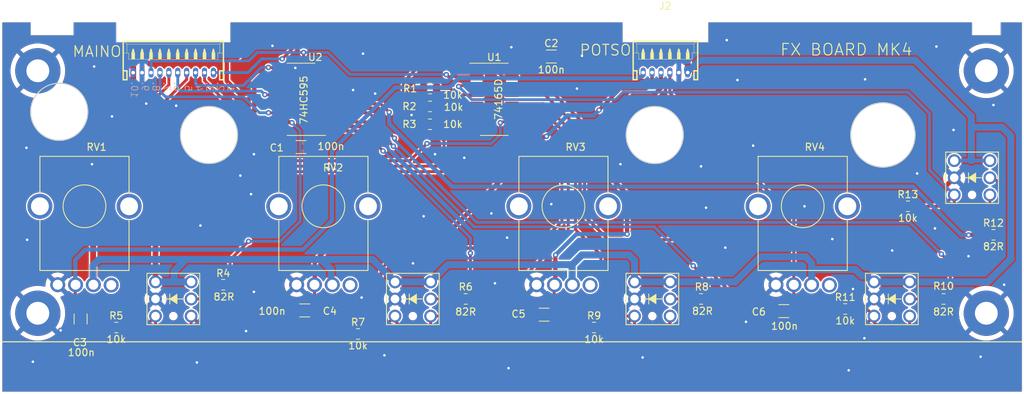
<source format=kicad_pcb>
(kicad_pcb (version 20211014) (generator pcbnew)
  (layers (0 "F.Cu" signal) (31 "B.Cu" signal) (34 "B.Paste" user) (35 "F.Paste" user) (36 "B.SilkS" user "B.Silkscreen") (37 "F.SilkS" user "F.Silkscreen") (38 "B.Mask" user) (39 "F.Mask" user) (44 "Edge.Cuts" user))
  (net 0 "")
  (net 1 "VCC")
  (net 2 "GND")
  (net 3 "/A1")
  (net 4 "/A2")
  (net 5 "/A3")
  (net 6 "/A4")
  (net 7 "/CE_165")
  (net 8 "/165_IN")
  (net 9 "/595_OUT")
  (net 10 "/LATCH_165")
  (net 11 "/LATCH_595")
  (net 12 "/MISO")
  (net 13 "/MOSI")
  (net 14 "/CLOCK")
  (net 15 "/D6")
  (net 16 "/D7")
  (net 17 "/D8")
  (net 18 "Net-(R4-Pad1)")
  (net 19 "Net-(R4-Pad2)")
  (net 20 "/D1")
  (net 21 "Net-(R6-Pad1)")
  (net 22 "Net-(R6-Pad2)")
  (net 23 "/D2")
  (net 24 "Net-(R8-Pad1)")
  (net 25 "Net-(R8-Pad2)")
  (net 26 "/D3")
  (net 27 "Net-(R10-Pad1)")
  (net 28 "Net-(R10-Pad2)")
  (net 29 "/D4")
  (net 30 "Net-(R12-Pad1)")
  (net 31 "Net-(R12-Pad2)")
  (net 32 "/D5")
  (footprint "Resistor_SMD:R_0805_2012Metric" (layer "F.Cu") (at 139.8125 75.6)
    (fp_text reference "R2")
    (fp_text value "10k")
  )
  (footprint "Resistor_SMD:R_0805_2012Metric" (layer "F.Cu") (at 206.8 89.6)
    (fp_text reference "R13")
    (fp_text value "10k")
  )
  (footprint "potboard:STANDOFF-ELECTRICAL" (layer "F.Cu") (at 84.8 70.6)
    (fp_text reference "H3" hide)
    (fp_text value "STANDOFF_ELECTRICAL" hide)
  )
  (footprint "Capacitor_SMD:C_1206_3216Metric" (layer "F.Cu") (at 90.8 105.4 -90)
    (fp_text reference "C3")
    (fp_text value "100n")
  )
  (footprint "footprints:Potentiometer_custom" (layer "F.Cu") (at 124.44 89.6)
    (fp_text reference "RV2")
    (fp_text value "FX_1")
  )
  (footprint "potboard:STANDOFF-ELECTRICAL" (layer "F.Cu") (at 217.8 104.6)
    (fp_text reference "H2" hide)
    (fp_text value "STANDOFF_ELECTRICAL" hide)
  )
  (footprint "potboard:STANDOFF-ELECTRICAL" (layer "F.Cu") (at 217.8 70.6)
    (fp_text reference "H4" hide)
    (fp_text value "STANDOFF_ELECTRICAL" hide)
  )
  (footprint "Resistor_SMD:R_0805_2012Metric" (layer "F.Cu") (at 177.8 102.6 180)
    (fp_text reference "R8")
    (fp_text value "82R")
  )
  (footprint "footprints:Potentiometer_custom" (layer "F.Cu") (at 90.94 89.6)
    (fp_text reference "RV1")
    (fp_text value "FX_DWO")
  )
  (footprint "footprints:BUTTON" (layer "F.Cu") (at 204.25 102.6 180)
    (fp_text reference "SW4" hide)
    (fp_text value "Button" hide)
  )
  (footprint "potboard:STANDOFF-ELECTRICAL" (layer "F.Cu") (at 84.8 104.6)
    (fp_text reference "H1" hide)
    (fp_text value "STANDOFF_ELECTRICAL" hide)
  )
  (footprint "Resistor_SMD:R_0805_2012Metric" (layer "F.Cu") (at 198.0125 104)
    (fp_text reference "R11")
    (fp_text value "10k")
  )
  (footprint "Resistor_SMD:R_0805_2012Metric" (layer "F.Cu") (at 218.8 93.6)
    (fp_text reference "R12")
    (fp_text value "82R")
  )
  (footprint "Resistor_SMD:R_0805_2012Metric" (layer "F.Cu") (at 144.8 102.6 180)
    (fp_text reference "R6")
    (fp_text value "82R")
  )
  (footprint "Resistor_SMD:R_0805_2012Metric" (layer "F.Cu") (at 162.8 106.6)
    (fp_text reference "R9")
    (fp_text value "10k")
  )
  (footprint "Capacitor_SMD:C_1206_3216Metric" (layer "F.Cu") (at 189.4 104.3 180)
    (fp_text reference "C6")
    (fp_text value "100n")
  )
  (footprint "Resistor_SMD:R_0805_2012Metric" (layer "F.Cu") (at 110.8 100.6 180)
    (fp_text reference "R4")
    (fp_text value "82R")
  )
  (footprint "Package_SO:SOIC-16_3.9x9.9mm_P1.27mm" (layer "F.Cu") (at 121.7 74.6 180)
    (fp_text reference "U2")
    (fp_text value "74HC595")
  )
  (footprint "footprints:BUTTON" (layer "F.Cu") (at 103.5 102.6 180)
    (fp_text reference "SW1" hide)
    (fp_text value "Button" hide)
  )
  (footprint "Capacitor_SMD:C_1206_3216Metric" (layer "F.Cu") (at 122.225 104.2 180)
    (fp_text reference "C4")
    (fp_text value "100n")
  )
  (footprint "Resistor_SMD:R_0805_2012Metric" (layer "F.Cu") (at 139.8 78.1)
    (fp_text reference "R3")
    (fp_text value "10k")
  )
  (footprint "footprints:Potentiometer_custom" (layer "F.Cu") (at 191.65 89.6)
    (fp_text reference "RV4")
    (fp_text value "FX_3")
  )
  (footprint "Resistor_SMD:R_0805_2012Metric" (layer "F.Cu") (at 211.8 102.6 180)
    (fp_text reference "R10")
    (fp_text value "82R")
  )
  (footprint "Package_SO:SOIC-16_3.9x9.9mm_P1.27mm" (layer "F.Cu") (at 148.8 74.6)
    (fp_text reference "U1")
    (fp_text value "74165D")
  )
  (footprint "footprints:BUTTON" (layer "F.Cu") (at 215.5 85.6 180)
    (fp_text reference "SW5" hide)
    (fp_text value "Button" hide)
  )
  (footprint "Resistor_SMD:R_0805_2012Metric" (layer "F.Cu") (at 129.7 107.5)
    (fp_text reference "R7")
    (fp_text value "10k")
  )
  (footprint "footprints:CON_MAINO" (layer "F.Cu") (at 103.770028 68.935504)
    (fp_text reference "J1" hide)
    (fp_text value "Conn_01x10")
  )
  (footprint "Capacitor_SMD:C_1206_3216Metric" (layer "F.Cu") (at 156.8 68.6)
    (fp_text reference "C2")
    (fp_text value "100n")
  )
  (footprint "footprints:Potentiometer_custom" (layer "F.Cu") (at 158.1 89.6)
    (fp_text reference "RV3")
    (fp_text value "FX_2")
  )
  (footprint "footprints:CON_POTSO" (layer "F.Cu") (at 172.777264 69.023412)
    (fp_text reference "J2")
    (fp_text value "Conn_01x06")
  )
  (footprint "Resistor_SMD:R_0805_2012Metric" (layer "F.Cu") (at 95.8 106.6)
    (fp_text reference "R5")
    (fp_text value "10k")
  )
  (footprint "footprints:BUTTON" (layer "F.Cu") (at 137.083 102.6 180)
    (fp_text reference "SW2" hide)
    (fp_text value "Button" hide)
  )
  (footprint "Capacitor_SMD:C_1206_3216Metric" (layer "F.Cu") (at 155.8 104.8 180)
    (fp_text reference "C5")
    (fp_text value "100n")
  )
  (footprint "Resistor_SMD:R_0805_2012Metric" (layer "F.Cu") (at 139.8 73.1)
    (fp_text reference "R1")
    (fp_text value "10k")
  )
  (footprint "footprints:BUTTON" (layer "F.Cu") (at 170.667 102.6 180)
    (fp_text reference "SW3" hide)
    (fp_text value "Button" hide)
  )
  (footprint "Capacitor_SMD:C_1206_3216Metric" (layer "F.Cu") (at 121.7 81.3)
    (fp_text reference "C1")
    (fp_text value "100n")
  )
  (gr_line (start 79.8 108.6) (end 222.8 108.6) (layer "F.SilkS") (width 0.1524))
  (gr_line (start 166.8 66.6) (end 178.8 66.6) (layer "Edge.Cuts") (width 0.05))
  (gr_circle (center 171.3 79.6) (end 175.3 79.6) (layer "Edge.Cuts") (width 0.1524) (fill none))
  (gr_line (start 111.8 66.6) (end 111.8 63.8) (layer "Edge.Cuts") (width 0.05))
  (gr_circle (center 203.3 79.6) (end 207.8 79.6) (layer "Edge.Cuts") (width 0.1524) (fill none))
  (gr_line (start 178.8 66.6) (end 178.8 63.8) (layer "Edge.Cuts") (width 0.05))
  (gr_line (start 166.8 63.8) (end 111.8 63.8) (layer "Edge.Cuts") (width 0.05))
  (gr_circle (center 108.8 79.6) (end 112.8 79.6) (layer "Edge.Cuts") (width 0.1524) (fill none))
  (gr_line (start 83.8 63.8) (end 83.8 65.6) (layer "Edge.Cuts") (width 0.05))
  (gr_line (start 166.8 63.8) (end 166.8 66.6) (layer "Edge.Cuts") (width 0.05))
  (gr_line (start 215.8 65.6) (end 215.8 63.8) (layer "Edge.Cuts") (width 0.05))
  (gr_line (start 95.8 63.8) (end 89.8 63.8) (layer "Edge.Cuts") (width 0.05))
  (gr_line (start 95.8 66.6) (end 111.8 66.6) (layer "Edge.Cuts") (width 0.05))
  (gr_line (start 222.8 115.6) (end 222.8 63.8) (layer "Edge.Cuts") (width 0.05))
  (gr_line (start 79.8 115.6) (end 222.8 115.6) (layer "Edge.Cuts") (width 0.05))
  (gr_line (start 219.8 65.6) (end 215.8 65.6) (layer "Edge.Cuts") (width 0.05))
  (gr_circle (center 87.8 76.35) (end 91.8 76.35) (layer "Edge.Cuts") (width 0.1524) (fill none))
  (gr_line (start 95.8 63.8) (end 95.8 66.6) (layer "Edge.Cuts") (width 0.05))
  (gr_line (start 83.8 63.8) (end 79.8 63.8) (layer "Edge.Cuts") (width 0.05))
  (gr_line (start 79.8 63.8) (end 79.8 115.6) (layer "Edge.Cuts") (width 0.05))
  (gr_line (start 83.8 65.6) (end 89.8 65.6) (layer "Edge.Cuts") (width 0.05))
  (gr_line (start 89.8 65.6) (end 89.8 63.8) (layer "Edge.Cuts") (width 0.05))
  (gr_line (start 215.8 63.8) (end 178.8 63.8) (layer "Edge.Cuts") (width 0.05))
  (gr_line (start 219.8 63.8) (end 219.8 65.6) (layer "Edge.Cuts") (width 0.05))
  (gr_line (start 222.8 63.8) (end 219.8 63.8) (layer "Edge.Cuts") (width 0.05))
  (gr_text "1.\n2.\n3.\n4.\n5.\n6.\n7.\n8.\n9.\n10." (at 97.8 72.1 -90) (layer "B.SilkS") (effects (font (size 0.93472 0.93472) (thickness 0.08128)) (justify right bottom mirror)))
  (gr_text "POTSO" (at 164.4 67.7) (layer "F.SilkS") (effects (font (size 1.5 1.5))))
  (gr_text "MAINO" (at 93.1 67.9) (layer "F.SilkS") (effects (font (size 1.5 1.5))))
  (gr_text "FX BOARD MK4" (at 188.8 68.6) (layer "F.SilkS") (effects (font (size 1.63576 1.63576) (thickness 0.14224)) (justify left bottom)))
  (segment (start 101.3 86.35) (end 101.3 100.2) (width 0.8128) (layer "F.Cu") (net 1))
  (segment (start 98.175 83.225) (end 101.3 86.35) (width 0.8128) (layer "F.Cu") (net 1))
  (segment (start 155.40005 66.54295) (end 156 65.943) (width 0.6) (layer "F.Cu") (net 1))
  (segment (start 98.175 69.225) (end 98.8 68.6) (width 0.8128) (layer "F.Cu") (net 1))
  (segment (start 115.973918 71.425082) (end 118.726518 71.425082) (width 0.6) (layer "F.Cu") (net 1))
  (segment (start 112.8 68.6) (end 115.457 65.943) (width 0.8128) (layer "F.Cu") (net 1))
  (segment (start 175.3592 68.6592) (end 175.925 69.225) (width 0.8128) (layer "F.Cu") (net 1))
  (segment (start 115.152 72.247) (end 115.973918 71.425082) (width 0.6) (layer "F.Cu") (net 1))
  (segment (start 98.8 68.6) (end 111.296 68.6) (width 0.8128) (layer "F.Cu") (net 1))
  (segment (start 111.296 72.039) (end 113.074 73.817) (width 0.6) (layer "F.Cu") (net 1))
  (segment (start 113.074 73.817) (end 115.152 73.817) (width 0.6) (layer "F.Cu") (net 1))
  (segment (start 115.457 65.943) (end 156 65.943) (width 0.8128) (layer "F.Cu") (net 1))
  (segment (start 98.1642 70.7944) (end 98.175 70.85) (width 0.1524) (layer "F.Cu") (net 1))
  (segment (start 118.7382 71.404) (end 118.7266 71.425) (width 0.1524) (layer "F.Cu") (net 1))
  (segment (start 155.3904 68.5846) (end 155.4 68.6) (width 0.1524) (layer "F.Cu") (net 1))
  (segment (start 98.175 70.85) (end 98.175 83.225) (width 0.8128) (layer "F.Cu") (net 1))
  (segment (start 155.40005 68.600091) (end 155.40005 68.5846) (width 0.6) (layer "F.Cu") (net 1))
  (segment (start 118.7382 71.404) (end 118.726518 71.425082) (width 0.1524) (layer "F.Cu") (net 1))
  (segment (start 163.143 65.943) (end 165.8592 68.6592) (width 0.8128) (layer "F.Cu") (net 1))
  (segment (start 115.152 73.817) (end 115.152 72.247) (width 0.6) (layer "F.Cu") (net 1))
  (segment (start 98.175 70.85) (end 98.175 69.225) (width 0.8128) (layer "F.Cu") (net 1))
  (segment (start 151.8852 70.1086) (end 151.682 70.1086) (width 0.1524) (layer "F.Cu") (net 1))
  (segment (start 111.296 68.6) (end 112.8 68.6) (width 0.8128) (layer "F.Cu") (net 1))
  (segment (start 115.152 77.673) (end 116.524081 79.045082) (width 0.6) (layer "F.Cu") (net 1))
  (segment (start 116.524081 79.045082) (end 118.1238 79.045082) (width 0.6) (layer "F.Cu") (net 1))
  (segment (start 118.726518 79.726519) (end 118.726518 79.045082) (width 0.6096) (layer "F.Cu") (net 1))
  (segment (start 151.682 68.951569) (end 152.033468 68.600091) (width 0.6) (layer "F.Cu") (net 1))
  (segment (start 165.8592 68.6592) (end 175.3592 68.6592) (width 0.8128) (layer "F.Cu") (net 1))
  (segment (start 151.6518 70.155082) (end 151.682 70.124882) (width 0.6) (layer "F.Cu") (net 1))
  (segment (start 151.576081 70.155082) (end 151.6518 70.155082) (width 0.6) (layer "F.Cu") (net 1))
  (segment (start 151.682 70.124882) (end 151.682 70.1086) (width 0.6) (layer "F.Cu") (net 1))
  (segment (start 118.7382 79.024) (end 118.726518 79.045082) (width 0.1524) (layer "F.Cu") (net 1))
  (segment (start 118.7382 79.024) (end 118.7266 79.045) (width 0.1524) (layer "F.Cu") (net 1))
  (segment (start 151.6518 70.155082) (end 151.873518 70.155082) (width 0.6) (layer "F.Cu") (net 1))
  (segment (start 175.925 69.225) (end 175.925 70.85) (width 0.8128) (layer "F.Cu") (net 1))
  (segment (start 151.8852 70.1086) (end 151.8734 70.155) (width 0.1524) (layer "F.Cu") (net 1))
  (segment (start 118.154 79.075282) (end 118.1842 79.045082) (width 0.6) (layer "F.Cu") (net 1))
  (segment (start 92.55 88.85) (end 98.175 83.225) (width 0.8128) (layer "F.Cu") (net 1))
  (segment (start 120.3 81.3) (end 118.726518 79.726519) (width 0.6096) (layer "F.Cu") (net 1))
  (segment (start 92.55 88.85) (end 92.55 100.6) (width 0.8128) (layer "F.Cu") (net 1))
  (segment (start 156 65.943) (end 163.143 65.943) (width 0.8128) (layer "F.Cu") (net 1))
  (segment (start 155.3904 68.5846) (end 155.40005 68.5846) (width 0.1524) (layer "F.Cu") (net 1))
  (segment (start 111.296 72.039) (end 111.296 68.6) (width 0.6) (layer "F.Cu") (net 1))
  (segment (start 118.1842 79.045082) (end 118.726518 79.045082) (width 0.6) (layer "F.Cu") (net 1))
  (segment (start 151.682 70.1086) (end 151.682 68.951569) (width 0.6) (layer "F.Cu") (net 1))
  (segment (start 98.1642 70.7944) (end 98.174868 70.850032) (width 0.1524) (layer "F.Cu") (net 1))
  (segment (start 152.033468 68.600091) (end 155.40005 68.600091) (width 0.6) (layer "F.Cu") (net 1))
  (segment (start 155.40005 68.5846) (end 155.40005 66.54295) (width 0.6) (layer "F.Cu") (net 1))
  (segment (start 118.1238 79.045082) (end 118.154 79.075282) (width 0.6) (layer "F.Cu") (net 1))
  (segment (start 115.152 77.673) (end 115.152 73.817) (width 0.6) (layer "F.Cu") (net 1))
  (segment (start 213.3024 83.215) (end 213.3 83.2) (width 0.1524) (layer "B.Cu") (net 1))
  (segment (start 126.1296 100.5886) (end 126.133 100.6) (width 0.1524) (layer "B.Cu") (net 1))
  (segment (start 207.054 100.2076) (end 207.054 100.199982) (width 0.1524) (layer "B.Cu") (net 1))
  (segment (start 175.925031 70.782969) (end 175.925031 70.34816) (width 1) (layer "B.Cu") (net 1))
  (segment (start 92.486031 100.600032) (end 92.5254 100.600032) (width 1) (layer "B.Cu") (net 1))
  (segment (start 92.486031 100.600032) (end 92.55004 100.536019) (width 1) (layer "B.Cu") (net 1))
  (segment (start 193.338 100.5886) (end 193.2999 100.5886) (width 0.1524) (layer "B.Cu") (net 1))
  (segment (start 106.3176 100.2076) (end 106.3 100.2) (width 0.1524) (layer "B.Cu") (net 1))
  (segment (start 218.3316 83.215) (end 218.300109 83.20001) (width 0.1524) (layer "B.Cu") (net 1))
  (segment (start 168.466831 100.199982) (end 168.466831 97.205832) (width 1) (layer "B.Cu") (net 1))
  (segment (start 215.69 78.516) (end 220.00799 78.516) (width 1) (layer "B.Cu") (net 1))
  (segment (start 159.7338 100.5886) (end 159.71704 100.5886) (width 0.1524) (layer "B.Cu") (net 1))
  (segment (start 215.69 83.20001) (end 215.69 78.516) (width 1) (layer "B.Cu") (net 1))
  (segment (start 103.93 98.709) (end 105.2 97.439) (width 1) (layer "B.Cu") (net 1))
  (segment (start 103.93 100.069932) (end 103.93 98.709) (width 1) (layer "B.Cu") (net 1))
  (segment (start 207.054 100.2076) (end 207.05 100.2) (width 0.1524) (layer "B.Cu") (net 1))
  (segment (start 177.59 69.118) (end 207.816009 69.118) (width 1) (layer "B.Cu") (net 1))
  (segment (start 215.69 78.516) (end 215.69 76.992) (width 1) (layer "B.Cu") (net 1))
  (segment (start 126.1296 100.5886) (end 125.922409 100.389541) (width 0.1524) (layer "B.Cu") (net 1))
  (segment (start 103.79995 100.199982) (end 106.300068 100.199982) (width 1) (layer "B.Cu") (net 1))
  (segment (start 175.928781 70.34441) (end 176.36359 70.34441) (width 1) (layer "B.Cu") (net 1))
  (segment (start 200.323 99.344) (end 200.977531 99.344) (width 1) (layer "B.Cu") (net 1))
  (segment (start 139.9218 100.2076) (end 139.88319 100.199982) (width 0.1524) (layer "B.Cu") (net 1))
  (segment (start 101.3646 100.2076) (end 101.3 100.2) (width 0.1524) (layer "B.Cu") (net 1))
  (segment (start 125.922409 100.389541) (end 125.922409 98.47641) (width 1) (layer "B.Cu") (net 1))
  (segment (start 221.23199 96.977) (end 221.23199 79.74) (width 1) (layer "B.Cu") (net 1))
  (segment (start 193.2999 100.600032) (end 193.2999 100.5886) (width 1) (layer "B.Cu") (net 1))
  (segment (start 193.338 100.5886) (end 193.3 100.6) (width 0.1524) (layer "B.Cu") (net 1))
  (segment (start 168.4968 100.2076) (end 168.466831 100.199982) (width 0.1524) (layer "B.Cu") (net 1))
  (segment (start 101.3646 100.199982) (end 103.79995 100.199982) (width 1) (layer "B.Cu") (net 1))
  (segment (start 173.526 100.199982) (end 182.576018 100.199982) (width 1) (layer "B.Cu") (net 1))
  (segment (start 92.5254 100.5886) (end 92.5254 100.600032) (width 0.1524) (layer "B.Cu") (net 1))
  (segment (start 218.009009 100.199982) (end 221.23199 96.977) (width 1) (layer "B.Cu") (net 1))
  (segment (start 200.977531 99.344) (end 201.833509 100.199982) (width 1) (layer "B.Cu") (net 1))
  (segment (start 173.526 100.2076) (end 173.526 100.199982) (width 0.1524) (layer "B.Cu") (net 1))
  (segment (start 173.526 100.2076) (end 173.467 100.2) (width 0.1524) (layer "B.Cu") (net 1))
  (segment (start 220.00799 78.516) (end 221.23199 79.74) (width 1) (layer "B.Cu") (net 1))
  (segment (start 182.576018 100.199982) (end 186.099 96.677) (width 1) (layer "B.Cu") (net 1))
  (segment (start 207.816009 69.118) (end 215.69 76.992) (width 1) (layer "B.Cu") (net 1))
  (segment (start 103.79995 100.199982) (end 103.93 100.069932) (width 1) (layer "B.Cu") (net 1))
  (segment (start 124.504 97.058) (end 125.922409 98.47641) (width 1) (layer "B.Cu") (net 1))
  (segment (start 213.3024 83.215) (end 213.3024 83.20001) (width 0.1524) (layer "B.Cu") (net 1))
  (segment (start 139.9218 100.2076) (end 139.883 100.2) (width 0.1524) (layer "B.Cu") (net 1))
  (segment (start 199.434 98.455) (end 200.323 99.344) (width 1) (layer "B.Cu") (net 1))
  (segment (start 207.054 100.199982) (end 218.009009 100.199982) (width 1) (layer "B.Cu") (net 1))
  (segment (start 101.3646 100.2076) (end 101.3646 100.199982) (width 0.1524) (layer "B.Cu") (net 1))
  (segment (start 159.71704 100.600032) (end 159.71704 100.5886) (width 1) (layer "B.Cu") (net 1))
  (segment (start 159.71704 97.78596) (end 161.08 96.423) (width 1) (layer "B.Cu") (net 1))
  (segment (start 134.88295 100.199982) (end 139.88319 100.199982) (width 1) (layer "B.Cu") (net 1))
  (segment (start 106.3176 100.2076) (end 106.300068 100.199982) (width 0.1524) (layer "B.Cu") (net 1))
  (segment (start 92.5254 100.5886) (end 92.55 100.6) (width 0.1524) (layer "B.Cu") (net 1))
  (segment (start 167.684 96.423) (end 168.466831 97.205832) (width 1) (layer "B.Cu") (net 1))
  (segment (start 193.2999 98.455) (end 193.2999 97.5279) (width 1) (layer "B.Cu") (net 1))
  (segment (start 142.297209 97.78596) (end 159.71704 97.78596) (width 1) (layer "B.Cu") (net 1))
  (segment (start 92.55004 97.89696) (end 93.389 97.058) (width 1) (layer "B.Cu") (net 1))
  (segment (start 124.504 97.058) (end 131.740968 97.058) (width 1) (layer "B.Cu") (net 1))
  (segment (start 175.925031 70.850032) (end 175.925031 70.782969) (width 0.6) (layer "B.Cu") (net 1))
  (segment (start 139.88319 100.199982) (end 142.297209 97.78596) (width 1) (layer "B.Cu") (net 1))
  (segment (start 159.7338 100.5886) (end 159.717 100.6) (width 0.1524) (layer "B.Cu") (net 1))
  (segment (start 202.101 100.2076) (end 202.05 100.2) (width 0.1524) (layer "B.Cu") (net 1))
  (segment (start 192.449 96.677) (end 193.2999 97.5279) (width 1) (layer "B.Cu") (net 1))
  (segment (start 134.8926 100.2076) (end 134.88295 100.199982) (width 0.1524) (layer "B.Cu") (net 1))
  (segment (start 202.101 100.2076) (end 201.833509 100.199982) (width 0.1524) (layer "B.Cu") (net 1))
  (segment (start 176.36359 70.34441) (end 177.59 69.118) (width 1) (layer "B.Cu") (net 1))
  (segment (start 134.8926 100.2076) (end 134.883 100.2) (width 0.1524) (layer "B.Cu") (net 1))
  (segment (start 93.389 97.058) (end 124.504 97.058) (width 1) (layer "B.Cu") (net 1))
  (segment (start 159.71704 100.5886) (end 159.71704 97.78596) (width 1) (layer "B.Cu") (net 1))
  (segment (start 131.740968 97.058) (end 134.88295 100.199982) (width 1) (layer "B.Cu") (net 1))
  (segment (start 92.55004 100.536019) (end 92.55004 97.89696) (width 1) (layer "B.Cu") (net 1))
  (segment (start 213.299859 83.20001) (end 213.3024 83.20001) (width 0.6) (layer "B.Cu") (net 1))
  (segment (start 201.833509 100.199982) (end 207.054 100.199982) (width 1) (layer "B.Cu") (net 1))
  (segment (start 218.3316 83.215) (end 218.3 83.2) (width 0.1524) (layer "B.Cu") (net 1))
  (segment (start 101.299831 100.199982) (end 101.3646 100.199982) (width 1) (layer "B.Cu") (net 1))
  (segment (start 215.69 83.20001) (end 218.300109 83.20001) (width 0.6) (layer "B.Cu") (net 1))
  (segment (start 92.5254 100.600032) (end 92.55004 100.600032) (width 1) (layer "B.Cu") (net 1))
  (segment (start 168.4968 100.2076) (end 168.467 100.2) (width 0.1524) (layer "B.Cu") (net 1))
  (segment (start 193.2999 98.455) (end 199.434 98.455) (width 1) (layer "B.Cu") (net 1))
  (segment (start 193.2999 100.5886) (end 193.2999 98.455) (width 1) (layer "B.Cu") (net 1))
  (segment (start 161.08 96.423) (end 167.684 96.423) (width 1) (layer "B.Cu") (net 1))
  (segment (start 213.3024 83.20001) (end 215.69 83.20001) (width 0.6) (layer "B.Cu") (net 1))
  (segment (start 125.922409 100.389541) (end 126.1329 100.600032) (width 1) (layer "B.Cu") (net 1))
  (segment (start 175.925031 70.34816) (end 175.928781 70.34441) (width 1) (layer "B.Cu") (net 1))
  (segment (start 186.099 96.677) (end 192.449 96.677) (width 1) (layer "B.Cu") (net 1))
  (segment (start 168.466831 100.199982) (end 173.526 100.199982) (width 1) (layer "B.Cu") (net 1))
  (via (at 117.7 67.1) (size 0.7564) (drill 0.35) (layers "F.Cu" "B.Cu") (net 2))
  (via (at 88 107) (size 0.7564) (drill 0.35) (layers "F.Cu" "B.Cu") (net 2))
  (via (at 210.6 92.7) (size 0.7564) (drill 0.35) (layers "F.Cu" "B.Cu") (net 2))
  (via (at 181.4 66.3) (size 0.7564) (drill 0.35) (layers "F.Cu" "B.Cu") (net 2))
  (via (at 177.8 84) (size 0.7564) (drill 0.35) (layers "F.Cu" "B.Cu") (net 2))
  (via (at 204.6 95.8) (size 0.7564) (drill 0.35) (layers "F.Cu" "B.Cu") (net 2))
  (via (at 92.7 70) (size 0.7564) (drill 0.35) (layers "F.Cu" "B.Cu") (net 2))
  (via (at 148.9 100.4) (size 0.7564) (drill 0.35) (layers "F.Cu" "B.Cu") (net 2))
  (via (at 182.9 71.9) (size 0.7564) (drill 0.35) (layers "F.Cu" "B.Cu") (net 2))
  (via (at 215.3 96.6) (size 0.7564) (drill 0.35) (layers "F.Cu" "B.Cu") (net 2))
  (via (at 132.1 73.8) (size 0.7564) (drill 0.35) (layers "F.Cu" "B.Cu") (net 2))
  (via (at 130.4 68.2) (size 0.7564) (drill 0.35) (layers "F.Cu" "B.Cu") (net 2))
  (via (at 129 73.3) (size 0.7564) (drill 0.35) (layers "F.Cu" "B.Cu") (net 2))
  (via (at 107.1 111.5) (size 0.7564) (drill 0.35) (layers "F.Cu" "B.Cu") (net 2))
  (via (at 220.3 100.6) (size 0.7564) (drill 0.35) (layers "F.Cu" "B.Cu") (net 2))
  (via (at 181.2 95.4) (size 0.7564) (drill 0.35) (layers "F.Cu" "B.Cu") (net 2))
  (via (at 161.1 68.5) (size 0.7564) (drill 0.35) (layers "F.Cu" "B.Cu") (net 2))
  (via (at 140.5 82.3) (size 0.7564) (drill 0.35) (layers "F.Cu" "B.Cu") (net 2))
  (via (at 137.4 97.6) (size 0.7564) (drill 0.35) (layers "F.Cu" "B.Cu") (net 2))
  (via (at 150.6 94) (size 0.7564) (drill 0.35) (layers "F.Cu" "B.Cu") (net 2))
  (via (at 210.8 67.2) (size 0.7564) (drill 0.35) (layers "F.Cu" "B.Cu") (net 2))
  (via (at 114.7 87.9) (size 0.7564) (drill 0.35) (layers "F.Cu" "B.Cu") (net 2))
  (via (at 156.8 89.3) (size 0.7564) (drill 0.35) (layers "F.Cu" "B.Cu") (net 2))
  (via (at 100 75.2) (size 0.7564) (drill 0.35) (layers "F.Cu" "B.Cu") (net 2))
  (via (at 114 107.1) (size 0.7564) (drill 0.35) (layers "F.Cu" "B.Cu") (net 2))
  (via (at 199.1 101.2) (size 0.7564) (drill 0.35) (layers "F.Cu" "B.Cu") (net 2))
  (via (at 198.5 112.6) (size 0.7564) (drill 0.35) (layers "F.Cu" "B.Cu") (net 2))
  (via (at 138.9 91) (size 0.7564) (drill 0.35) (layers "F.Cu" "B.Cu") (net 2))
  (via (at 196.2 94.2) (size 0.7564) (drill 0.35) (layers "F.Cu" "B.Cu") (net 2))
  (via (at 184.1 105.8) (size 0.7564) (drill 0.35) (layers "F.Cu" "B.Cu") (net 2))
  (via (at 192.3 89.6) (size 0.7564) (drill 0.35) (layers "F.Cu" "B.Cu") (net 2))
  (via (at 92.4 83.7) (size 0.7564) (drill 0.35) (layers "F.Cu" "B.Cu") (net 2))
  (via (at 84.1 111.4) (size 0.7564) (drill 0.35) (layers "F.Cu" "B.Cu") (net 2))
  (via (at 150.8 112.3) (size 0.7564) (drill 0.35) (layers "F.Cu" "B.Cu") (net 2))
  (via (at 208.1 85) (size 0.7564) (drill 0.35) (layers "F.Cu" "B.Cu") (net 2))
  (via (at 160.4 73.1) (size 0.7564) (drill 0.35) (layers "F.Cu" "B.Cu") (net 2))
  (via (at 95.2 77) (size 0.7564) (drill 0.35) (layers "F.Cu" "B.Cu") (net 2))
  (via (at 151.2 67.3) (size 0.7564) (drill 0.35) (layers "F.Cu" "B.Cu") (net 2))
  (via (at 213.2 78.9) (size 0.7564) (drill 0.35) (layers "F.Cu" "B.Cu") (net 2))
  (via (at 107.6 92.3) (size 0.7564) (drill 0.35) (layers "F.Cu" "B.Cu") (net 2))
  (via (at 115.1 82.3) (size 0.7564) (drill 0.35) (layers "F.Cu" "B.Cu") (net 2))
  (via (at 130.2 102.4) (size 0.7564) (drill 0.35) (layers "F.Cu" "B.Cu") (net 2))
  (via (at 166.5 83.7) (size 0.7564) (drill 0.35) (layers "F.Cu" "B.Cu") (net 2))
  (via (at 169.6 110.8) (size 0.7564) (drill 0.35) (layers "F.Cu" "B.Cu") (net 2))
  (via (at 200.8 71.8) (size 0.7564) (drill 0.35) (layers "F.Cu" "B.Cu") (net 2))
  (via (at 115.1 101.6) (size 0.7564) (drill 0.35) (layers "F.Cu" "B.Cu") (net 2))
  (via (at 113.2 85.3) (size 0.7564) (drill 0.35) (layers "F.Cu" "B.Cu") (net 2))
  (via (at 83.2 81.4) (size 0.7564) (drill 0.35) (layers "F.Cu" "B.Cu") (net 2))
  (via (at 144.6 82.8) (size 0.7564) (drill 0.35) (layers "F.Cu" "B.Cu") (net 2))
  (via (at 217 110.7) (size 0.7564) (drill 0.35) (layers "F.Cu" "B.Cu") (net 2))
  (via (at 185.1 81.1) (size 0.7564) (drill 0.35) (layers "F.Cu" "B.Cu") (net 2))
  (via (at 83.3 94.3) (size 0.7564) (drill 0.35) (layers "F.Cu" "B.Cu") (net 2))
  (via (at 104.2 75.5) (size 0.7564) (drill 0.35) (layers "F.Cu" "B.Cu") (net 2))
  (via (at 178.5 89.8) (size 0.7564) (drill 0.35) (layers "F.Cu" "B.Cu") (net 2))
  (via (at 148.4 90.6) (size 0.7564) (drill 0.35) (layers "F.Cu" "B.Cu") (net 2))
  (via (at 200.7 108.1) (size 0.7564) (drill 0.35) (layers "F.Cu" "B.Cu") (net 2))
  (via (at 137.2 76.8) (size 0.7564) (drill 0.35) (layers "F.Cu" "B.Cu") (net 2))
  (via (at 218.8 75.4) (size 0.7564) (drill 0.35) (layers "F.Cu" "B.Cu") (net 2))
  (via (at 120.9 70.2) (size 0.7564) (drill 0.35) (layers "F.Cu" "B.Cu") (net 2))
  (via (at 133.4 110.5) (size 0.7564) (drill 0.35) (layers "F.Cu" "B.Cu") (net 2))
  (segment (start 90.8 104) (end 90.05 103.25) (width 0.4064) (layer "F.Cu") (net 3))
  (segment (start 90.05 103.25) (end 90.05 100.6) (width 0.4064) (layer "F.Cu") (net 3))
  (segment (start 143.77635 71.658) (end 168.867131 71.658) (width 0.6) (layer "B.Cu") (net 3))
  (segment (start 169.675109 71.24365) (end 169.675109 70.850032) (width 0.6) (layer "B.Cu") (net 3))
  (segment (start 169.716 70.7944) (end 169.675109 70.850032) (width 0.1524) (layer "B.Cu") (net 3))
  (segment (start 126.028 91.597) (end 126.028 81.818) (width 0.6) (layer "B.Cu") (net 3))
  (segment (start 90.087 100.5886) (end 90.05 100.6) (width 0.1524) (layer "B.Cu") (net 3))
  (segment (start 169.09295 71.432182) (end 169.486581 71.432182) (width 0.6) (layer "B.Cu") (net 3))
  (segment (start 91.484 95.661) (end 121.964 95.661) (width 0.6) (layer "B.Cu") (net 3))
  (segment (start 168.867131 71.658) (end 169.09295 71.432182) (width 0.6) (layer "B.Cu") (net 3))
  (segment (start 90.050168 100.5886) (end 90.050168 97.094832) (width 0.6) (layer "B.Cu") (net 3))
  (segment (start 142.50635 72.928) (end 143.77635 71.658) (width 0.6) (layer "B.Cu") (net 3))
  (segment (start 169.486581 71.432182) (end 169.675109 71.24365) (width 0.6) (layer "B.Cu") (net 3))
  (segment (start 90.050168 100.600032) (end 90.050168 100.5886) (width 0.6) (layer "B.Cu") (net 3))
  (segment (start 121.964 95.661) (end 126.028 91.597) (width 0.6) (layer "B.Cu") (net 3))
  (segment (start 126.028 81.818) (end 134.918 72.928) (width 0.6) (layer "B.Cu") (net 3))
  (segment (start 169.716 70.7944) (end 169.675 70.85) (width 0.1524) (layer "B.Cu") (net 3))
  (segment (start 134.918 72.928) (end 142.50635 72.928) (width 0.6) (layer "B.Cu") (net 3))
  (segment (start 90.050168 97.094832) (end 91.484 95.661) (width 0.6) (layer "B.Cu") (net 3))
  (segment (start 90.087 100.5886) (end 90.050168 100.5886) (width 0.1524) (layer "B.Cu") (net 3))
  (segment (start 142.411 93.248) (end 155.843081 79.815919) (width 0.6) (layer "F.Cu") (net 4))
  (segment (start 166.496 73.1) (end 170.1 73.1) (width 0.508) (layer "F.Cu") (net 4))
  (segment (start 123.6 104.2) (end 123.6 100.633063) (width 0.4064) (layer "F.Cu") (net 4))
  (segment (start 163.493 76.103) (end 166.496 73.1) (width 0.508) (layer "F.Cu") (net 4))
  (segment (start 170.1 73.1) (end 170.925 72.275) (width 0.508) (layer "F.Cu") (net 4))
  (segment (start 123.633031 100.5886) (end 123.633031 97.293969) (width 0.6) (layer "F.Cu") (net 4))
  (segment (start 123.633031 97.293969) (end 127.679 93.248) (width 0.6) (layer "F.Cu") (net 4))
  (segment (start 127.679 93.248) (end 142.411 93.248) (width 0.6) (layer "F.Cu") (net 4))
  (segment (start 123.633031 100.600032) (end 123.633031 100.5886) (width 0.6) (layer "F.Cu") (net 4))
  (segment (start 123.6912 100.5886) (end 123.633031 100.5886) (width 0.1524) (layer "F.Cu") (net 4))
  (segment (start 123.6912 100.5886) (end 123.633 100.6) (width 0.1524) (layer "F.Cu") (net 4))
  (segment (start 170.925 72.275) (end 170.925 70.85) (width 0.508) (layer "F.Cu") (net 4))
  (segment (start 156.097081 79.815919) (end 156.127 79.786) (width 0.6) (layer "F.Cu") (net 4))
  (segment (start 123.6 100.633063) (end 123.633031 100.600032) (width 0.4064) (layer "F.Cu") (net 4))
  (segment (start 155.843081 79.815919) (end 156.097081 79.815919) (width 0.6) (layer "F.Cu") (net 4))
  (via (at 156.127 79.786) (size 0.7564) (drill 0.35) (layers "F.Cu" "B.Cu") (net 4))
  (via (at 163.493 76.103) (size 0.7564) (drill 0.35) (layers "F.Cu" "B.Cu") (net 4))
  (segment (start 156.127 79.786) (end 159.048 76.865) (width 0.6) (layer "B.Cu") (net 4))
  (segment (start 162.731 76.865) (end 163.493 76.103) (width 0.6) (layer "B.Cu") (net 4))
  (segment (start 159.048 76.865) (end 162.731 76.865) (width 0.6) (layer "B.Cu") (net 4))
  (segment (start 164.382 84.866) (end 164.382 77.881) (width 0.6) (layer "F.Cu") (net 5))
  (segment (start 157.2192 100.5886) (end 157.367081 100.450119) (width 0.1524) (layer "F.Cu") (net 5))
  (segment (start 157.367081 96.452919) (end 157.397 96.423) (width 0.6) (layer "F.Cu") (net 5))
  (segment (start 168.148481 74.114519) (end 171.069481 74.114519) (width 0.6) (layer "F.Cu") (net 5))
  (segment (start 164.382 84.866) (end 167.43 87.914) (width 0.6) (layer "F.Cu") (net 5))
  (segment (start 157.2 104.8) (end 157.2 100.6172) (width 0.4064) (layer "F.Cu") (net 5))
  (segment (start 172.174968 73.009032) (end 172.174968 70.850032) (width 0.6) (layer "F.Cu") (net 5))
  (segment (start 157.2192 100.5886) (end 157.217 100.6) (width 0.1524) (layer "F.Cu") (net 5))
  (segment (start 172.1544 70.7944) (end 172.175 70.85) (width 0.1524) (layer "F.Cu") (net 5))
  (segment (start 167.43 93.502) (end 167.43 87.914) (width 0.6) (layer "F.Cu") (net 5))
  (segment (start 164.382 77.881) (end 168.148481 74.114519) (width 0.6) (layer "F.Cu") (net 5))
  (segment (start 157.2 100.6172) (end 157.217168 100.600032) (width 0.4064) (layer "F.Cu") (net 5))
  (segment (start 171.069481 74.114519) (end 172.174968 73.009032) (width 0.6) (layer "F.Cu") (net 5))
  (segment (start 172.1544 70.7944) (end 172.174968 70.850032) (width 0.1524) (layer "F.Cu") (net 5))
  (segment (start 157.217168 100.600032) (end 157.367081 100.450119) (width 0.6) (layer "F.Cu") (net 5))
  (segment (start 157.367081 100.450119) (end 157.367081 96.452919) (width 0.6) (layer "F.Cu") (net 5))
  (via (at 167.43 93.502) (size 0.7564) (drill 0.35) (layers "F.Cu" "B.Cu") (net 5))
  (via (at 157.397 96.423) (size 0.7564) (drill 0.35) (layers "F.Cu" "B.Cu") (net 5))
  (segment (start 157.397 96.423) (end 160.318 93.502) (width 0.6) (layer "B.Cu") (net 5))
  (segment (start 160.318 93.502) (end 167.43 93.502) (width 0.6) (layer "B.Cu") (net 5))
  (segment (start 190.8234 100.5886) (end 190.800031 100.5886) (width 0.1524) (layer "F.Cu") (net 6))
  (segment (start 173.4498 70.7944) (end 173.425 70.85) (width 0.1524) (layer "F.Cu") (net 6))
  (segment (start 173.425159 73.71616) (end 173.425159 70.79516) (width 0.4) (layer "F.Cu") (net 6))
  (segment (start 173.4498 70.7944) (end 173.425159 70.79516) (width 0.1524) (layer "F.Cu") (net 6))
  (segment (start 190.800031 100.600032) (end 190.800031 100.5886) (width 0.4) (layer "F.Cu") (net 6))
  (segment (start 190.800031 100.5886) (end 190.800031 91.091032) (width 0.4) (layer "F.Cu") (net 6))
  (segment (start 190.8 104.3) (end 190.8 100.6) (width 0.4064) (layer "F.Cu") (net 6))
  (segment (start 190.8234 100.5886) (end 190.8 100.6) (width 0.1524) (layer "F.Cu") (net 6))
  (segment (start 173.425159 73.71616) (end 190.800031 91.091032) (width 0.4) (layer "F.Cu") (net 6))
  (segment (start 119.068 68.929) (end 120.797 67.2) (width 0.4064) (layer "F.Cu") (net 7))
  (segment (start 146.729 68.229) (end 149.925082 71.425082) (width 0.4) (layer "F.Cu") (net 7))
  (segment (start 151.8852 71.404) (end 151.8734 71.425) (width 0.1524) (layer "F.Cu") (net 7))
  (segment (start 120.797 67.2) (end 133.771 67.2) (width 0.4064) (layer "F.Cu") (net 7))
  (segment (start 133.771 67.2) (end 134.8 68.229) (width 0.4064) (layer "F.Cu") (net 7))
  (segment (start 151.8852 71.404) (end 151.873518 71.425082) (width 0.1524) (layer "F.Cu") (net 7))
  (segment (start 149.925082 71.425082) (end 151.873518 71.425082) (width 0.4) (layer "F.Cu") (net 7))
  (segment (start 134.8 68.229) (end 146.729 68.229) (width 0.4) (layer "F.Cu") (net 7))
  (via (at 119.068 68.929) (size 0.7564) (drill 0.35) (layers "F.Cu" "B.Cu") (net 7))
  (segment (start 109.4418 70.8706) (end 109.4418 70.850032) (width 0.1524) (layer "B.Cu") (net 7))
  (segment (start 109.42504 70.850032) (end 109.4418 70.850032) (width 0.4) (layer "B.Cu") (net 7))
  (segment (start 116.184 68.929) (end 119.068 68.929) (width 0.4) (layer "B.Cu") (net 7))
  (segment (start 109.4418 70.8706) (end 109.425 70.85) (width 0.1524) (layer "B.Cu") (net 7))
  (segment (start 109.4418 70.850032) (end 114.262968 70.850032) (width 0.4) (layer "B.Cu") (net 7))
  (segment (start 114.262968 70.850032) (end 116.184 68.929) (width 0.4) (layer "B.Cu") (net 7))
  (segment (start 110.8 74.6) (end 111.8 74.6) (width 0.4064) (layer "F.Cu") (net 8))
  (segment (start 151.755959 77.775) (end 151.809 77.828041) (width 0.4) (layer "F.Cu") (net 8))
  (segment (start 136.95 83.215) (end 139.363 80.802) (width 0.4) (layer "F.Cu") (net 8))
  (segment (start 118.789 83.215) (end 113.987 78.413) (width 0.4) (layer "F.Cu") (net 8))
  (segment (start 151.809 77.8048) (end 151.8734 77.775) (width 0.1524) (layer "F.Cu") (net 8))
  (segment (start 149.756 77.775) (end 151.755959 77.775) (width 0.4) (layer "F.Cu") (net 8))
  (segment (start 111.8 74.6) (end 113.987 76.787) (width 0.4064) (layer "F.Cu") (net 8))
  (segment (start 108.175 70.85) (end 108.175 71.975) (width 0.4064) (layer "F.Cu") (net 8))
  (segment (start 151.809 77.8048) (end 151.809 77.828041) (width 0.1524) (layer "F.Cu") (net 8))
  (segment (start 108.175 71.975) (end 110.8 74.6) (width 0.4064) (layer "F.Cu") (net 8))
  (segment (start 151.809 77.828041) (end 151.820559 77.828041) (width 0.4) (layer "F.Cu") (net 8))
  (segment (start 118.789 83.215) (end 136.95 83.215) (width 0.4) (layer "F.Cu") (net 8))
  (segment (start 149.65 77.881) (end 149.756 77.775) (width 0.4) (layer "F.Cu") (net 8))
  (segment (start 151.820559 77.828041) (end 151.873518 77.775082) (width 0.4) (layer "F.Cu") (net 8))
  (segment (start 113.987 76.787) (end 113.987 78.413) (width 0.4064) (layer "F.Cu") (net 8))
  (via (at 139.363 80.802) (size 0.7564) (drill 0.35) (layers "F.Cu" "B.Cu") (net 8))
  (via (at 149.65 77.881) (size 0.7564) (drill 0.35) (layers "F.Cu" "B.Cu") (net 8))
  (segment (start 149.65 79.532) (end 149.65 77.881) (width 0.4) (layer "B.Cu") (net 8))
  (segment (start 139.363 80.802) (end 148.38 80.802) (width 0.4) (layer "B.Cu") (net 8))
  (segment (start 148.38 80.802) (end 149.65 79.532) (width 0.4) (layer "B.Cu") (net 8))
  (segment (start 118.662 70.1086) (end 118.7266 70.155) (width 0.1524) (layer "F.Cu") (net 9))
  (segment (start 118.662 70.1086) (end 118.662 70.144541) (width 0.1524) (layer "F.Cu") (net 9))
  (segment (start 117.945 70.155) (end 118.651541 70.155) (width 0.4) (layer "F.Cu") (net 9))
  (segment (start 119.225 70.155) (end 117.945 70.155) (width 0.25) (layer "F.Cu") (net 9))
  (segment (start 118.662 70.144541) (end 118.715981 70.144541) (width 0.4) (layer "F.Cu") (net 9))
  (segment (start 117.138 70.134) (end 117.159 70.155) (width 0.4) (layer "F.Cu") (net 9))
  (segment (start 117.159 70.155) (end 117.945 70.155) (width 0.4) (layer "F.Cu") (net 9))
  (segment (start 118.715981 70.144541) (end 118.726518 70.155082) (width 0.4) (layer "F.Cu") (net 9))
  (via (at 117.138 70.134) (size 0.7564) (drill 0.35) (layers "F.Cu" "B.Cu") (net 9))
  (segment (start 106.924909 72.49391) (end 106.924909 70.850032) (width 0.4) (layer "B.Cu") (net 9))
  (segment (start 106.9272 70.7944) (end 106.924909 70.850032) (width 0.1524) (layer "B.Cu") (net 9))
  (segment (start 113.609 72.682) (end 116.157 70.134) (width 0.4) (layer "B.Cu") (net 9))
  (segment (start 107.113 72.682) (end 113.609 72.682) (width 0.4) (layer "B.Cu") (net 9))
  (segment (start 106.924909 72.49391) (end 107.113 72.682) (width 0.4) (layer "B.Cu") (net 9))
  (segment (start 116.157 70.134) (end 117.138 70.134) (width 0.4) (layer "B.Cu") (net 9))
  (segment (start 106.9272 70.7944) (end 106.925 70.85) (width 0.1524) (layer "B.Cu") (net 9))
  (segment (start 105.708 70.7944) (end 105.675 70.85) (width 0.1524) (layer "F.Cu") (net 10))
  (segment (start 136.061 78.643) (end 137.331 79.913) (width 0.4) (layer "F.Cu") (net 10))
  (segment (start 105.708 70.7944) (end 105.674981 70.850032) (width 0.1524) (layer "F.Cu") (net 10))
  (segment (start 105.674981 71.818019) (end 103.803 73.69) (width 0.4) (layer "F.Cu") (net 10))
  (segment (start 103.803 73.69) (end 102.8 74.693) (width 0.4064) (layer "F.Cu") (net 10))
  (segment (start 137.331 79.913) (end 141.252 79.913) (width 0.4) (layer "F.Cu") (net 10))
  (segment (start 141.252 79.913) (end 141.76 80.421) (width 0.4) (layer "F.Cu") (net 10))
  (segment (start 111.177 85.6) (end 112.8 83.977) (width 0.4064) (layer "F.Cu") (net 10))
  (segment (start 141.76 83.215) (end 140.998 83.977) (width 0.4) (layer "F.Cu") (net 10))
  (segment (start 140.998 83.977) (end 112.8 83.977) (width 0.4) (layer "F.Cu") (net 10))
  (segment (start 145.726631 70.155) (end 145.705631 70.134) (width 0.4) (layer "F.Cu") (net 10))
  (segment (start 136.061 72.166) (end 136.061 78.643) (width 0.4) (layer "F.Cu") (net 10))
  (segment (start 146.325 70.155) (end 145.726631 70.155) (width 0.4) (layer "F.Cu") (net 10))
  (segment (start 106.8 85.6) (end 111.177 85.6) (width 0.4064) (layer "F.Cu") (net 10))
  (segment (start 141.76 80.421) (end 141.76 83.215) (width 0.4) (layer "F.Cu") (net 10))
  (segment (start 138.072 70.155) (end 136.061 72.166) (width 0.4) (layer "F.Cu") (net 10))
  (segment (start 102.8 81.6) (end 106.8 85.6) (width 0.4064) (layer "F.Cu") (net 10))
  (segment (start 146.325 70.155) (end 145.7266 70.155) (width 0.1524) (layer "F.Cu") (net 10))
  (segment (start 105.674981 71.818019) (end 105.674981 70.850032) (width 0.4) (layer "F.Cu") (net 10))
  (segment (start 102.8 74.693) (end 102.8 81.6) (width 0.4064) (layer "F.Cu") (net 10))
  (segment (start 146.325 70.155) (end 138.072 70.155) (width 0.4) (layer "F.Cu") (net 10))
  (segment (start 116.651 73.965) (end 118.651541 73.965) (width 0.4) (layer "F.Cu") (net 11))
  (segment (start 118.715981 73.954541) (end 118.726518 73.965082) (width 0.4) (layer "F.Cu") (net 11))
  (segment (start 118.662 73.954541) (end 118.715981 73.954541) (width 0.4) (layer "F.Cu") (net 11))
  (segment (start 118.651541 73.965) (end 118.662 73.954541) (width 0.4) (layer "F.Cu") (net 11))
  (segment (start 116.63 73.944) (end 116.651 73.965) (width 0.4) (layer "F.Cu") (net 11))
  (segment (start 118.662 73.9186) (end 118.7266 73.965) (width 0.1524) (layer "F.Cu") (net 11))
  (segment (start 118.662 73.9186) (end 118.662 73.954541) (width 0.1524) (layer "F.Cu") (net 11))
  (via (at 116.63 73.944) (size 0.7564) (drill 0.35) (layers "F.Cu" "B.Cu") (net 11))
  (segment (start 104.42505 73.04205) (end 104.827 73.444) (width 0.4) (layer "B.Cu") (net 11))
  (segment (start 104.4126 70.7944) (end 104.42505 70.850032) (width 0.1524) (layer "B.Cu") (net 11))
  (segment (start 104.42505 73.04205) (end 104.42505 70.850032) (width 0.4) (layer "B.Cu") (net 11))
  (segment (start 116.13 73.444) (end 104.827 73.444) (width 0.4) (layer "B.Cu") (net 11))
  (segment (start 116.13 73.444) (end 116.63 73.944) (width 0.4) (layer "B.Cu") (net 11))
  (segment (start 104.4126 70.7944) (end 104.425 70.85) (width 0.1524) (layer "B.Cu") (net 11))
  (segment (start 105.8 86.6) (end 101.8 82.6) (width 0.4064) (layer "F.Cu") (net 12))
  (segment (start 151.275 79.045) (end 151.275 80.701) (width 0.4) (layer "F.Cu") (net 12))
  (segment (start 151.275 79.045) (end 151.275082 79.045082) (width 0.4) (layer "F.Cu") (net 12))
  (segment (start 147.237 84.739) (end 115.8 84.739) (width 0.4) (layer "F.Cu") (net 12))
  (segment (start 151.275 79.045) (end 151.8734 79.045) (width 0.1524) (layer "F.Cu") (net 12))
  (segment (start 115.8 84.739) (end 113.939 86.6) (width 0.4064) (layer "F.Cu") (net 12))
  (segment (start 151.275082 79.045082) (end 151.873518 79.045082) (width 0.4) (layer "F.Cu") (net 12))
  (segment (start 103.1934 70.7944) (end 103.174859 70.850032) (width 0.1524) (layer "F.Cu") (net 12))
  (segment (start 103.1934 70.7944) (end 103.175 70.85) (width 0.1524) (layer "F.Cu") (net 12))
  (segment (start 113.939 86.6) (end 105.8 86.6) (width 0.4064) (layer "F.Cu") (net 12))
  (segment (start 101.8 73.97486) (end 103.174859 72.6) (width 0.4064) (layer "F.Cu") (net 12))
  (segment (start 151.275 80.701) (end 147.237 84.739) (width 0.4) (layer "F.Cu") (net 12))
  (segment (start 101.8 82.6) (end 101.8 73.97486) (width 0.4064) (layer "F.Cu") (net 12))
  (segment (start 103.174859 72.6) (end 103.174859 70.850032) (width 0.4) (layer "F.Cu") (net 12))
  (segment (start 117.14854 76.494541) (end 118.662 76.494541) (width 0.4) (layer "F.Cu") (net 13))
  (segment (start 118.662 76.494541) (end 118.715981 76.494541) (width 0.4) (layer "F.Cu") (net 13))
  (segment (start 118.662 76.5094) (end 118.7266 76.505) (width 0.1524) (layer "F.Cu") (net 13))
  (segment (start 118.715981 76.494541) (end 118.726518 76.505082) (width 0.4) (layer "F.Cu") (net 13))
  (segment (start 118.662 76.5094) (end 118.662 76.494541) (width 0.1524) (layer "F.Cu") (net 13))
  (segment (start 117.138 76.484) (end 117.14854 76.494541) (width 0.4) (layer "F.Cu") (net 13))
  (via (at 117.138 76.484) (size 0.7564) (drill 0.35) (layers "F.Cu" "B.Cu") (net 13))
  (segment (start 102.722 74.26) (end 113.644 74.26) (width 0.4) (layer "B.Cu") (net 13))
  (segment (start 101.924918 73.462919) (end 102.722 74.26) (width 0.4) (layer "B.Cu") (net 13))
  (segment (start 115.868 76.484) (end 117.138 76.484) (width 0.4) (layer "B.Cu") (net 13))
  (segment (start 113.644 74.26) (end 115.868 76.484) (width 0.4) (layer "B.Cu") (net 13))
  (segment (start 101.898 70.7944) (end 101.924918 70.850032) (width 0.1524) (layer "B.Cu") (net 13))
  (segment (start 101.924918 73.462919) (end 101.924918 70.850032) (width 0.4) (layer "B.Cu") (net 13))
  (segment (start 101.898 70.7944) (end 101.925 70.85) (width 0.1524) (layer "B.Cu") (net 13))
  (segment (start 145.726636 71.425) (end 145.596518 71.294882) (width 0.1524) (layer "F.Cu") (net 14))
  (segment (start 146.325 71.425) (end 145.726636 71.425) (width 0.1524) (layer "F.Cu") (net 14))
  (segment (start 118.7266 72.695) (end 120.605 72.695) (width 0.4064) (layer "F.Cu") (net 14))
  (segment (start 142.364 71.425) (end 142.081 71.142) (width 0.4064) (layer "F.Cu") (net 14))
  (segment (start 146.325 71.425) (end 142.364 71.425) (width 0.4064) (layer "F.Cu") (net 14))
  (segment (start 120.605 72.695) (end 122.067 71.233) (width 0.4064) (layer "F.Cu") (net 14))
  (segment (start 122.067 71.233) (end 122.067 68.032) (width 0.4064) (layer "F.Cu") (net 14))
  (via (at 122.067 68.032) (size 0.7564) (drill 0.35) (layers "F.Cu" "B.Cu") (net 14))
  (via (at 142.081 71.142) (size 0.7564) (drill 0.35) (layers "F.Cu" "B.Cu") (net 14))
  (segment (start 142.081 71.142) (end 142.043 71.104) (width 0.4) (layer "B.Cu") (net 14))
  (segment (start 100.67499 70.7944) (end 100.67499 69.21) (width 0.4) (layer "B.Cu") (net 14))
  (segment (start 114.389 69.21) (end 100.67499 69.21) (width 0.4) (layer "B.Cu") (net 14))
  (segment (start 125.467 68.032) (end 122.067 68.032) (width 0.4) (layer "B.Cu") (net 14))
  (segment (start 100.6788 70.7944) (end 100.675 70.85) (width 0.1524) (layer "B.Cu") (net 14))
  (segment (start 100.67499 70.850032) (end 100.67499 70.7944) (width 0.4) (layer "B.Cu") (net 14))
  (segment (start 128.539 71.104) (end 125.467 68.032) (width 0.4) (layer "B.Cu") (net 14))
  (segment (start 115.567 68.032) (end 114.389 69.21) (width 0.4) (layer "B.Cu") (net 14))
  (segment (start 122.067 68.032) (end 115.567 68.032) (width 0.4) (layer "B.Cu") (net 14))
  (segment (start 142.043 71.104) (end 128.539 71.104) (width 0.4) (layer "B.Cu") (net 14))
  (segment (start 100.6788 70.7944) (end 100.67499 70.7944) (width 0.1524) (layer "B.Cu") (net 14))
  (segment (start 145.713 73.965082) (end 145.726718 73.965082) (width 0.4) (layer "F.Cu") (net 15))
  (segment (start 140.76 73.0804) (end 140.75 73.1) (width 0.1524) (layer "F.Cu") (net 15))
  (segment (start 140.76 73.09996) (end 142.687809 73.09996) (width 0.4) (layer "F.Cu") (net 15))
  (segment (start 145.713 73.9948) (end 145.713 73.965082) (width 0.1524) (layer "F.Cu") (net 15))
  (segment (start 143.552931 73.965082) (end 146.324918 73.965082) (width 0.4) (layer "F.Cu") (net 15))
  (segment (start 140.74984 73.09996) (end 140.76 73.09996) (width 0.4) (layer "F.Cu") (net 15))
  (segment (start 140.76 73.0804) (end 140.76 73.09996) (width 0.1524) (layer "F.Cu") (net 15))
  (segment (start 146.324918 73.965082) (end 146.325 73.965) (width 0.4) (layer "F.Cu") (net 15))
  (segment (start 142.687809 73.09996) (end 143.552931 73.965082) (width 0.4) (layer "F.Cu") (net 15))
  (segment (start 140.76 75.600082) (end 143.421918 75.600082) (width 0.4) (layer "F.Cu") (net 16))
  (segment (start 143.786918 75.235082) (end 145.713 75.235082) (width 0.4) (layer "F.Cu") (net 16))
  (segment (start 145.713 75.235082) (end 145.726718 75.235082) (width 0.4) (layer "F.Cu") (net 16))
  (segment (start 145.713 75.214) (end 145.7266 75.235) (width 0.1524) (layer "F.Cu") (net 16))
  (segment (start 143.421918 75.600082) (end 143.786918 75.235082) (width 0.4) (layer "F.Cu") (net 16))
  (segment (start 145.713 75.214) (end 145.713 75.235082) (width 0.1524) (layer "F.Cu") (net 16))
  (segment (start 140.74984 75.600082) (end 140.76 75.600082) (width 0.4) (layer "F.Cu") (net 16))
  (segment (start 140.76 75.595) (end 140.75 75.6) (width 0.1524) (layer "F.Cu") (net 16))
  (segment (start 140.76 75.595) (end 140.76 75.600082) (width 0.1524) (layer "F.Cu") (net 16))
  (segment (start 140.76 78.1096) (end 140.75 78.1) (width 0.1524) (layer "F.Cu") (net 17))
  (segment (start 145.713 76.5094) (end 145.7266 76.505) (width 0.1524) (layer "F.Cu") (net 17))
  (segment (start 142.19205 78.09995) (end 143.786918 76.505082) (width 0.4) (layer "F.Cu") (net 17))
  (segment (start 145.713 76.505082) (end 145.726718 76.505082) (width 0.4) (layer "F.Cu") (net 17))
  (segment (start 140.76 78.1096) (end 140.76 78.09995) (width 0.1524) (layer "F.Cu") (net 17))
  (segment (start 140.76 78.09995) (end 142.19205 78.09995) (width 0.4) (layer "F.Cu") (net 17))
  (segment (start 140.74984 78.09995) (end 140.76 78.09995) (width 0.4) (layer "F.Cu") (net 17))
  (segment (start 145.713 76.5094) (end 145.713 76.505082) (width 0.1524) (layer "F.Cu") (net 17))
  (segment (start 143.786918 76.505082) (end 145.713 76.505082) (width 0.4) (layer "F.Cu") (net 17))
  (segment (start 111.7499 100.5626) (end 111.7499 97.1121) (width 0.4) (layer "F.Cu") (net 18))
  (segment (start 118.7382 77.8048) (end 118.832431 77.881) (width 0.1524) (layer "F.Cu") (net 18))
  (segment (start 111.712532 100.600032) (end 111.7125 100.6) (width 0.4) (layer "F.Cu") (net 18))
  (segment (start 111.7125 100.6) (end 111.75 100.6) (width 0.1524) (layer "F.Cu") (net 18))
  (segment (start 118.832431 77.881) (end 120.44 77.881) (width 0.4) (layer "F.Cu") (net 18))
  (segment (start 111.7499 97.1121) (end 114.344 94.518) (width 0.4) (layer "F.Cu") (net 18))
  (segment (start 118.726518 77.775082) (end 118.832431 77.881) (width 0.4) (layer "F.Cu") (net 18))
  (segment (start 111.7499 100.600032) (end 111.712532 100.600032) (width 0.4) (layer "F.Cu") (net 18))
  (segment (start 111.7125 100.6) (end 111.7499 100.5626) (width 0.4) (layer "F.Cu") (net 18))
  (segment (start 118.7382 77.8048) (end 118.7266 77.775) (width 0.1524) (layer "F.Cu") (net 18))
  (via (at 120.44 77.881) (size 0.7564) (drill 0.35) (layers "F.Cu" "B.Cu") (net 18))
  (via (at 114.344 94.518) (size 0.7564) (drill 0.35) (layers "F.Cu" "B.Cu") (net 18))
  (segment (start 121.583 91.724) (end 121.583 79.024) (width 0.4) (layer "B.Cu") (net 18))
  (segment (start 114.344 94.518) (end 118.789 94.518) (width 0.4) (layer "B.Cu") (net 18))
  (segment (start 120.44 77.881) (end 121.583 79.024) (width 0.4) (layer "B.Cu") (net 18))
  (segment (start 118.789 94.518) (end 121.583 91.724) (width 0.4) (layer "B.Cu") (net 18))
  (segment (start 107.8875 102.6) (end 106.3 102.6) (width 0.4064) (layer "F.Cu") (net 19))
  (segment (start 109.8875 100.6) (end 107.8875 102.6) (width 0.4064) (layer "F.Cu") (net 19))
  (segment (start 151.8852 76.5094) (end 151.8734 76.505) (width 0.1524) (layer "F.Cu") (net 20))
  (segment (start 132.915468 98.425532) (end 135.807 95.534) (width 0.4) (layer "F.Cu") (net 20))
  (segment (start 101.8 106.6) (end 105.8 106.6) (width 0.4064) (layer "F.Cu") (net 20))
  (segment (start 101.3 106.1) (end 101.8 106.6) (width 0.4064) (layer "F.Cu") (net 20))
  (segment (start 154.476 95.534) (end 158.286 91.724) (width 0.4) (layer "F.Cu") (net 20))
  (segment (start 145.156381 95.4384) (end 145.761618 95.4384) (width 0.4) (layer "F.Cu") (net 20))
  (segment (start 106.3 106.1) (end 106.3 105) (width 0.4064) (layer "F.Cu") (net 20))
  (segment (start 151.8852 76.505082) (end 155.894081 76.505082) (width 0.4) (layer "F.Cu") (net 20))
  (segment (start 106.3176 105.0082) (end 106.3176 105.000069) (width 0.1524) (layer "F.Cu") (net 20))
  (segment (start 158.286 91.724) (end 158.286 78.897) (width 0.4) (layer "F.Cu") (net 20))
  (segment (start 132.915468 102.870532) (end 132.915468 98.425532) (width 0.4) (layer "F.Cu") (net 20))
  (segment (start 155.894081 76.505082) (end 158.286 78.897) (width 0.4) (layer "F.Cu") (net 20))
  (segment (start 106.300068 105.000069) (end 106.3176 105.000069) (width 0.4) (layer "F.Cu") (net 20))
  (segment (start 106.3176 105.0082) (end 106.3 105) (width 0.1524) (layer "F.Cu") (net 20))
  (segment (start 106.3 105) (end 107.000068 105.700069) (width 0.4) (layer "F.Cu") (net 20))
  (segment (start 101.3 105) (end 99.7 106.6) (width 0.4064) (layer "F.Cu") (net 20))
  (segment (start 135.807 95.534) (end 145.060781 95.534) (width 0.4) (layer "F.Cu") (net 20))
  (segment (start 130.085931 105.700069) (end 132.915468 102.870532) (width 0.4) (layer "F.Cu") (net 20))
  (segment (start 105.8 106.6) (end 106.3 106.1) (width 0.4064) (layer "F.Cu") (net 20))
  (segment (start 99.7 106.6) (end 96.75 106.6) (width 0.4064) (layer "F.Cu") (net 20))
  (segment (start 151.873518 76.505082) (end 151.8852 76.505082) (width 0.4) (layer "F.Cu") (net 20))
  (segment (start 151.8852 76.5094) (end 151.8852 76.505082) (width 0.1524) (layer "F.Cu") (net 20))
  (segment (start 145.060781 95.534) (end 145.156381 95.4384) (width 0.4) (layer "F.Cu") (net 20))
  (segment (start 130.085931 105.700069) (end 107.000068 105.700069) (width 0.4) (layer "F.Cu") (net 20))
  (segment (start 145.761618 95.4384) (end 145.857218 95.534) (width 0.4) (layer "F.Cu") (net 20))
  (segment (start 145.857218 95.534) (end 154.476 95.534) (width 0.4) (layer "F.Cu") (net 20))
  (segment (start 101.3 105) (end 101.3 106.1) (width 0.4064) (layer "F.Cu") (net 20))
  (segment (start 101.2884 105.0082) (end 101.3 105) (width 0.1524) (layer "B.Cu") (net 20))
  (segment (start 106.266668 105.033469) (end 106.300068 105.000069) (width 0.4) (layer "B.Cu") (net 20))
  (segment (start 101.299831 105.0082) (end 101.299831 105.000069) (width 0.4) (layer "B.Cu") (net 20))
  (segment (start 101.2884 105.0082) (end 101.299831 105.0082) (width 0.1524) (layer "B.Cu") (net 20))
  (segment (start 106.2414 105.0082) (end 106.266668 105.033469) (width 0.1524) (layer "B.Cu") (net 20))
  (segment (start 106.2414 105.0082) (end 106.3 105) (width 0.1524) (layer "B.Cu") (net 20))
  (segment (start 133.202 81.845) (end 130.402081 79.045082) (width 0.4) (layer "F.Cu") (net 21))
  (segment (start 145.7892 102.5698) (end 145.750081 102.600032) (width 0.1524) (layer "F.Cu") (net 21))
  (segment (start 130.402 79.045) (end 124.8734 79.045) (width 0.4064) (layer "F.Cu") (net 21))
  (segment (start 145.459 102.308941) (end 145.750081 102.600032) (width 0.4) (layer "F.Cu") (net 21))
  (segment (start 145.459 102.308941) (end 145.459 96.169) (width 0.4) (layer "F.Cu") (net 21))
  (segment (start 145.7892 102.5698) (end 145.75 102.6) (width 0.1524) (layer "F.Cu") (net 21))
  (segment (start 130.402081 79.045082) (end 130.402 79.045) (width 0.4064) (layer "F.Cu") (net 21))
  (via (at 133.202 81.845) (size 0.7564) (drill 0.35) (layers "F.Cu" "B.Cu") (net 21))
  (via (at 145.459 96.169) (size 0.7564) (drill 0.35) (layers "F.Cu" "B.Cu") (net 21))
  (segment (start 133.294 81.845) (end 133.202 81.845) (width 0.4) (layer "B.Cu") (net 21))
  (segment (start 145.459 96.169) (end 145.459 94.01) (width 0.4) (layer "B.Cu") (net 21))
  (segment (start 133.294 81.845) (end 145.459 94.01) (width 0.4) (layer "B.Cu") (net 21))
  (segment (start 139.883 102.6) (end 143.85 102.6) (width 0.4064) (layer "F.Cu") (net 22))
  (segment (start 132.383018 107.5) (end 130.65 107.5) (width 0.4064) (layer "F.Cu") (net 23))
  (segment (start 151.8852 75.214) (end 151.8734 75.235) (width 0.1524) (layer "F.Cu") (net 23))
  (segment (start 151.873518 75.235082) (end 151.8946 75.214) (width 0.4) (layer "F.Cu") (net 23))
  (segment (start 139.9218 105.0082) (end 139.883 105) (width 0.1524) (layer "F.Cu") (net 23))
  (segment (start 134.8926 105.0082) (end 134.883 105) (width 0.1524) (layer "F.Cu") (net 23))
  (segment (start 155.746 75.214) (end 159.175 78.643) (width 0.4) (layer "F.Cu") (net 23))
  (segment (start 134.8926 105.0082) (end 134.88295 105.000069) (width 0.1524) (layer "F.Cu") (net 23))
  (segment (start 134.8926 105.6926) (end 134.8926 105.0082) (width 0.4064) (layer "F.Cu") (net 23))
  (segment (start 159.175 93.248) (end 159.175 78.643) (width 0.4) (layer "F.Cu") (net 23))
  (segment (start 139.883 106.517) (end 139.8 106.6) (width 0.4064) (layer "F.Cu") (net 23))
  (segment (start 134.88295 105.000069) (end 133.283 106.600019) (width 0.4) (layer "F.Cu") (net 23))
  (segment (start 139.883 105) (end 139.883 106.517) (width 0.4064) (layer "F.Cu") (net 23))
  (segment (start 133.283 106.600019) (end 132.383018 107.5) (width 0.4064) (layer "F.Cu") (net 23))
  (segment (start 135.8 106.6) (end 134.8926 105.6926) (width 0.4064) (layer "F.Cu") (net 23))
  (segment (start 147.422931 105.000069) (end 159.175 93.248) (width 0.4) (layer "F.Cu") (net 23))
  (segment (start 151.8852 75.214) (end 151.8946 75.214) (width 0.1524) (layer "F.Cu") (net 23))
  (segment (start 139.8 106.6) (end 135.8 106.6) (width 0.4064) (layer "F.Cu") (net 23))
  (segment (start 139.9218 105.000069) (end 147.422931 105.000069) (width 0.4) (layer "F.Cu") (net 23))
  (segment (start 139.88319 105.000069) (end 139.9218 105.000069) (width 0.4) (layer "F.Cu") (net 23))
  (segment (start 151.8946 75.214) (end 155.746 75.214) (width 0.4) (layer "F.Cu") (net 23))
  (segment (start 139.9218 105.0082) (end 139.9218 105.000069) (width 0.1524) (layer "F.Cu") (net 23))
  (segment (start 139.9218 105.0082) (end 139.883 105) (width 0.1524) (layer "B.Cu") (net 23))
  (segment (start 139.9218 105.0082) (end 139.88319 105.0082) (width 0.1524) (layer "B.Cu") (net 23))
  (segment (start 139.88319 105.0082) (end 139.88319 105.000069) (width 0.4) (layer "B.Cu") (net 23))
  (segment (start 178.750018 102.600032) (end 178.750018 102.5698) (width 0.4) (layer "F.Cu") (net 24))
  (segment (start 178.7838 102.5698) (end 178.750018 102.5698) (width 0.1524) (layer "F.Cu") (net 24))
  (segment (start 131.256 77.775) (end 131.256081 77.775082) (width 0.4064) (layer "F.Cu") (net 24))
  (segment (start 178.7838 102.5698) (end 178.75 102.6) (width 0.1524) (layer "F.Cu") (net 24))
  (segment (start 176.701 97.947) (end 178.750018 99.996019) (width 0.4) (layer "F.Cu") (net 24))
  (segment (start 178.750018 102.5698) (end 178.750018 99.996019) (width 0.4) (layer "F.Cu") (net 24))
  (segment (start 124.8734 77.775) (end 131.256 77.775) (width 0.4064) (layer "F.Cu") (net 24))
  (segment (start 134.664 81.183) (end 131.256081 77.775082) (width 0.4) (layer "F.Cu") (net 24))
  (via (at 176.701 97.947) (size 0.7564) (drill 0.35) (layers "F.Cu" "B.Cu") (net 24))
  (via (at 134.664 81.183) (size 0.7564) (drill 0.35) (layers "F.Cu" "B.Cu") (net 24))
  (segment (start 145.967 92.486) (end 171.24 92.486) (width 0.4) (layer "B.Cu") (net 24))
  (segment (start 134.664 81.183) (end 145.967 92.486) (width 0.4) (layer "B.Cu") (net 24))
  (segment (start 171.24 92.486) (end 176.701 97.947) (width 0.4) (layer "B.Cu") (net 24))
  (segment (start 173.467 102.6) (end 176.85 102.6) (width 0.4064) (layer "F.Cu") (net 25))
  (segment (start 151.8852 73.9186) (end 151.8734 73.965) (width 0.1524) (layer "F.Cu") (net 26))
  (segment (start 163.7724 106.600019) (end 166.866881 106.600019) (width 0.4) (layer "F.Cu") (net 26))
  (segment (start 160.191 92.867) (end 163.75005 96.42605) (width 0.4) (layer "F.Cu") (net 26))
  (segment (start 164.15005 105) (end 163.75005 104.6) (width 0.4064) (layer "F.Cu") (net 26))
  (segment (start 168.4206 105.0082) (end 168.467 105) (width 0.1524) (layer "F.Cu") (net 26))
  (segment (start 168.467 105) (end 164.15005 105) (width 0.4064) (layer "F.Cu") (net 26))
  (segment (start 168.8 106.6) (end 172.8 106.6) (width 0.4064) (layer "F.Cu") (net 26))
  (segment (start 168.467 105) (end 168.467 106.267) (width 0.4064) (layer "F.Cu") (net 26))
  (segment (start 163.75005 96.42605) (end 163.75005 104.6) (width 0.4) (layer "F.Cu") (net 26))
  (segment (start 172.8 106.6) (end 173.467 105.933) (width 0.4064) (layer "F.Cu") (net 26))
  (segment (start 151.8852 73.9186) (end 151.8852 73.965082) (width 0.1524) (layer "F.Cu") (net 26))
  (segment (start 163.75005 106.600019) (end 163.75005 104.6) (width 0.4) (layer "F.Cu") (net 26))
  (segment (start 151.873518 73.965082) (end 151.8852 73.965082) (width 0.4) (layer "F.Cu") (net 26))
  (segment (start 151.885282 73.965) (end 155.894 73.965) (width 0.4) (layer "F.Cu") (net 26))
  (segment (start 155.894 73.965) (end 160.191 78.262) (width 0.4) (layer "F.Cu") (net 26))
  (segment (start 168.467 106.267) (end 168.8 106.6) (width 0.4064) (layer "F.Cu") (net 26))
  (segment (start 166.866881 106.600019) (end 168.43965 105.02725) (width 0.4) (layer "F.Cu") (net 26))
  (segment (start 163.7724 106.6084) (end 163.7724 106.600019) (width 0.1524) (layer "F.Cu") (net 26))
  (segment (start 163.75005 106.600019) (end 163.7724 106.600019) (width 0.4) (layer "F.Cu") (net 26))
  (segment (start 151.8852 73.965082) (end 151.885282 73.965) (width 0.4) (layer "F.Cu") (net 26))
  (segment (start 168.43965 105.02725) (end 168.466831 105.000069) (width 0.4) (layer "F.Cu") (net 26))
  (segment (start 168.4206 105.0082) (end 168.43965 105.02725) (width 0.1524) (layer "F.Cu") (net 26))
  (segment (start 173.467 105.933) (end 173.467 105) (width 0.4064) (layer "F.Cu") (net 26))
  (segment (start 160.191 78.262) (end 160.191 92.867) (width 0.4) (layer "F.Cu") (net 26))
  (segment (start 163.7724 106.6084) (end 163.75 106.6) (width 0.1524) (layer "F.Cu") (net 26))
  (segment (start 168.466831 105.000069) (end 168.485881 105.019119) (width 0.4) (layer "B.Cu") (net 26))
  (segment (start 168.4968 105.0082) (end 168.485881 105.019119) (width 0.1524) (layer "B.Cu") (net 26))
  (segment (start 168.4968 105.0082) (end 168.467 105) (width 0.1524) (layer "B.Cu") (net 26))
  (segment (start 212.74995 102.600032) (end 212.74995 102.5698) (width 0.4) (layer "F.Cu") (net 27))
  (segment (start 212.769 102.5698) (end 212.75 102.6) (width 0.1524) (layer "F.Cu") (net 27))
  (segment (start 131.256 76.505) (end 124.8734 76.505) (width 0.4064) (layer "F.Cu") (net 27))
  (segment (start 212.74995 102.5698) (end 212.74995 97.54695) (width 0.4) (layer "F.Cu") (net 27))
  (segment (start 134.8067 80.0557) (end 131.256081 76.505082) (width 0.4) (layer "F.Cu") (net 27))
  (segment (start 131.256081 76.505082) (end 131.256 76.505) (width 0.4064) (layer "F.Cu") (net 27))
  (segment (start 211.499009 96.296) (end 212.74995 97.54695) (width 0.4) (layer "F.Cu") (net 27))
  (segment (start 212.769 102.5698) (end 212.74995 102.5698) (width 0.1524) (layer "F.Cu") (net 27))
  (via (at 134.8067 80.0557) (size 0.7564) (drill 0.35) (layers "F.Cu" "B.Cu") (net 27))
  (via (at 211.499009 96.296) (size 0.7564) (drill 0.35) (layers "F.Cu" "B.Cu") (net 27))
  (segment (start 135.3946 80.8976) (end 146.348 91.851) (width 0.4) (layer "B.Cu") (net 27))
  (segment (start 146.348 91.851) (end 207.054 91.851) (width 0.4) (layer "B.Cu") (net 27))
  (segment (start 134.8067 80.3097) (end 134.9494 80.4524) (width 0.4) (layer "B.Cu") (net 27))
  (segment (start 134.966618 80.4524) (end 135.3946 80.880382) (width 0.4) (layer "B.Cu") (net 27))
  (segment (start 134.9494 80.4524) (end 134.966618 80.4524) (width 0.4) (layer "B.Cu") (net 27))
  (segment (start 207.054 91.851) (end 211.499009 96.296) (width 0.4) (layer "B.Cu") (net 27))
  (segment (start 134.8067 80.3097) (end 134.8067 80.0557) (width 0.4) (layer "B.Cu") (net 27))
  (segment (start 135.3946 80.8976) (end 135.3946 80.880382) (width 0.4) (layer "B.Cu") (net 27))
  (segment (start 207.05 102.6) (end 210.85 102.6) (width 0.4064) (layer "F.Cu") (net 28))
  (segment (start 200.023 107.027) (end 196.045878 107.027) (width 0.4064) (layer "F.Cu") (net 29))
  (segment (start 202.049787 105.000069) (end 202.05 105) (width 0.1524) (layer "F.Cu") (net 29))
  (segment (start 151.8946 72.674) (end 156 72.674) (width 0.4) (layer "F.Cu") (net 29))
  (segment (start 198.9764 103.9322) (end 198.9764 103.9486) (width 0.1524) (layer "F.Cu") (net 29))
  (segment (start 202.05 105) (end 200.023 107.027) (width 0.4064) (layer "F.Cu") (net 29))
  (segment (start 164.7792 94.2802) (end 174.5582 94.2802) (width 0.4) (layer "F.Cu") (net 29))
  (segment (start 198.9764 103.9486) (end 198.925 104) (width 0.1524) (layer "F.Cu") (net 29))
  (segment (start 151.8852 72.6994) (end 151.8734 72.695) (width 0.1524) (layer "F.Cu") (net 29))
  (segment (start 202.8 106.6) (end 202.049787 105.849788) (width 0.4064) (layer "F.Cu") (net 29))
  (segment (start 151.873518 72.695082) (end 151.8946 72.674) (width 0.4) (layer "F.Cu") (net 29))
  (segment (start 202.049787 105.849788) (end 202.049787 105.000069) (width 0.4064) (layer "F.Cu") (net 29))
  (segment (start 161.461 78.135) (end 161.461 90.962) (width 0.4) (layer "F.Cu") (net 29))
  (segment (start 207.05 106.35) (end 206.8 106.6) (width 0.4064) (layer "F.Cu") (net 29))
  (segment (start 161.461 90.962) (end 164.7792 94.2802) (width 0.4) (layer "F.Cu") (net 29))
  (segment (start 207.05 105) (end 207.05 106.35) (width 0.4064) (layer "F.Cu") (net 29))
  (segment (start 206.8 106.6) (end 202.8 106.6) (width 0.4064) (layer "F.Cu") (net 29))
  (segment (start 202.049787 105.000069) (end 202.04995 105.000069) (width 0.4) (layer "F.Cu") (net 29))
  (segment (start 174.5582 94.2802) (end 187.305 107.027) (width 0.4) (layer "F.Cu") (net 29))
  (segment (start 198.925 104) (end 201.049718 104) (width 0.4064) (layer "F.Cu") (net 29))
  (segment (start 156 72.674) (end 161.461 78.135) (width 0.4) (layer "F.Cu") (net 29))
  (segment (start 187.305 107.027) (end 196.045878 107.027) (width 0.4) (layer "F.Cu") (net 29))
  (segment (start 151.8852 72.6994) (end 151.8946 72.674) (width 0.1524) (layer "F.Cu") (net 29))
  (segment (start 201.049718 104) (end 202.049787 105.000069) (width 0.4064) (layer "F.Cu") (net 29))
  (segment (start 202.04995 105.000069) (end 202.07954 105.02966) (width 0.4) (layer "B.Cu") (net 29))
  (segment (start 202.101 105.0082) (end 202.05 105) (width 0.1524) (layer "B.Cu") (net 29))
  (segment (start 202.101 105.0082) (end 202.07954 105.02966) (width 0.1524) (layer "B.Cu") (net 29))
  (segment (start 132.875 75.235) (end 134.061 76.421) (width 0.4064) (layer "F.Cu") (net 30))
  (segment (start 124.8734 75.235) (end 132.875 75.235) (width 0.4064) (layer "F.Cu") (net 30))
  (segment (start 217.8744 93.5782) (end 217.83554 93.614519) (width 0.1524) (layer "F.Cu") (net 30))
  (segment (start 217.83554 93.614519) (end 217.850018 93.600041) (width 0.6) (layer "F.Cu") (net 30))
  (segment (start 217.8744 93.5782) (end 217.85 93.6) (width 0.1524) (layer "F.Cu") (net 30))
  (segment (start 215.309 93.629) (end 215.323481 93.614519) (width 0.6) (layer "F.Cu") (net 30))
  (segment (start 124.9104 75.214) (end 124.9104 75.235082) (width 0.1524) (layer "F.Cu") (net 30))
  (segment (start 124.9104 75.214) (end 124.8734 75.235) (width 0.1524) (layer "F.Cu") (net 30))
  (segment (start 215.323481 93.614519) (end 217.83554 93.614519) (width 0.6) (layer "F.Cu") (net 30))
  (via (at 134.061 76.421) (size 0.7564) (drill 0.35) (layers "F.Cu" "B.Cu") (net 30))
  (via (at 215.309 93.629) (size 0.7564) (drill 0.35) (layers "F.Cu" "B.Cu") (net 30))
  (segment (start 142.891309 86.85131) (end 134.061 78.021) (width 0.6) (layer "B.Cu") (net 30))
  (segment (start 214.293 93.629) (end 215.309 93.629) (width 0.6) (layer "B.Cu") (net 30))
  (segment (start 134.061 76.421) (end 134.061 78.021) (width 0.6) (layer "B.Cu") (net 30))
  (segment (start 207.515309 86.85131) (end 214.293 93.629) (width 0.6) (layer "B.Cu") (net 30))
  (segment (start 142.891309 86.85131) (end 207.515309 86.85131) (width 0.6) (layer "B.Cu") (net 30))
  (segment (start 218.3 85.6) (end 218.8 85.6) (width 0.4064) (layer "F.Cu") (net 31))
  (segment (start 219.8 86.6) (end 219.8 93.55) (width 0.4064) (layer "F.Cu") (net 31))
  (segment (start 218.8 85.6) (end 219.8 86.6) (width 0.4064) (layer "F.Cu") (net 31))
  (segment (start 219.8 93.55) (end 219.75 93.6) (width 0.4064) (layer "F.Cu") (net 31))
  (segment (start 146.325 72.695) (end 143.914 72.695) (width 0.4) (layer "F.Cu") (net 32))
  (segment (start 213.299859 88.018141) (end 213.299859 88.00011) (width 0.4) (layer "F.Cu") (net 32))
  (segment (start 213.3024 88.0156) (end 213.3 88) (width 0.1524) (layer "F.Cu") (net 32))
  (segment (start 211.699918 89.60005) (end 213.281831 88.018141) (width 0.4) (layer "F.Cu") (net 32))
  (segment (start 218.3 89.1) (end 218.3 88) (width 0.4064) (layer "F.Cu") (net 32))
  (segment (start 145.7268 72.695) (end 145.726718 72.695082) (width 0.4) (layer "F.Cu") (net 32))
  (segment (start 146.325 72.695) (end 145.7266 72.695) (width 0.1524) (layer "F.Cu") (net 32))
  (segment (start 146.325 72.695) (end 145.7268 72.695) (width 0.4) (layer "F.Cu") (net 32))
  (segment (start 213.8 89.6) (end 217.8 89.6) (width 0.4064) (layer "F.Cu") (net 32))
  (segment (start 213.3024 88.0156) (end 213.281831 88.018141) (width 0.1524) (layer "F.Cu") (net 32))
  (segment (start 213.3 89.1) (end 213.8 89.6) (width 0.4064) (layer "F.Cu") (net 32))
  (segment (start 207.7398 89.5396) (end 207.75 89.6) (width 0.1524) (layer "F.Cu") (net 32))
  (segment (start 213.281831 88.018141) (end 213.299859 88.018141) (width 0.4) (layer "F.Cu") (net 32))
  (segment (start 207.7398 89.5396) (end 207.749959 89.60005) (width 0.1524) (layer "F.Cu") (net 32))
  (segment (start 213.3 88) (end 213.3 89.1) (width 0.4064) (layer "F.Cu") (net 32))
  (segment (start 217.8 89.6) (end 218.3 89.1) (width 0.4064) (layer "F.Cu") (net 32))
  (segment (start 207.749959 89.60005) (end 211.699918 89.60005) (width 0.4) (layer "F.Cu") (net 32))
  (segment (start 143.914 72.695) (end 143.808 72.801) (width 0.4) (layer "F.Cu") (net 32))
  (via (at 143.808 72.801) (size 0.7564) (drill 0.35) (layers "F.Cu" "B.Cu") (net 32))
  (segment (start 143.808 72.801) (end 145.65295 74.64595) (width 0.4) (layer "B.Cu") (net 32))
  (segment (start 206.832 73.6) (end 209.832 76.6) (width 0.4064) (layer "B.Cu") (net 32))
  (segment (start 213.2262 87.9394) (end 213.232675 87.932925) (width 0.1524) (layer "B.Cu") (net 32))
  (segment (start 213.299859 88.00011) (end 213.307281 88.00011) (width 0.4) (layer "B.Cu") (net 32))
  (segment (start 213.2262 87.9394) (end 213.3 88) (width 0.1524) (layer "B.Cu") (net 32))
  (segment (start 165.8 74.64595) (end 166.84595 73.6) (width 0.4064) (layer "B.Cu") (net 32))
  (segment (start 209.832 84.53225) (end 209.832 76.6) (width 0.4) (layer "B.Cu") (net 32))
  (segment (start 200.84595 73.6) (end 206.832 73.6) (width 0.4064) (layer "B.Cu") (net 32))
  (segment (start 166.84595 73.6) (end 200.84595 73.6) (width 0.4) (layer "B.Cu") (net 32))
  (segment (start 213.232675 87.932925) (end 213.299859 88.00011) (width 0.4) (layer "B.Cu") (net 32))
  (segment (start 209.832 84.53225) (end 213.232675 87.932925) (width 0.4) (layer "B.Cu") (net 32))
  (segment (start 145.65295 74.64595) (end 165.8 74.64595) (width 0.4) (layer "B.Cu") (net 32))
  (zone (net 2) (net_name "GND") (layer "F.Cu") (priority 6) (connect_pads (clearance 0.000001)) (min_thickness 0.3048) (fill yes (thermal_gap 0.6596) (thermal_bridge_width 0.6596))
    (polygon (pts (xy 223.1048 115.9048) (xy 79.4952 115.9048) (xy 79.4952 63.2952) (xy 223.1048 63.2952)))
  )
  (zone (net 2) (net_name "GND") (layer "B.Cu") (priority 6) (connect_pads (clearance 0.000001)) (min_thickness 0.3048) (fill yes (thermal_gap 0.6596) (thermal_bridge_width 0.6596))
    (polygon (pts (xy 223.1048 115.9048) (xy 79.4952 115.9048) (xy 79.4952 63.2952) (xy 223.1048 63.2952)))
  )
)
</source>
